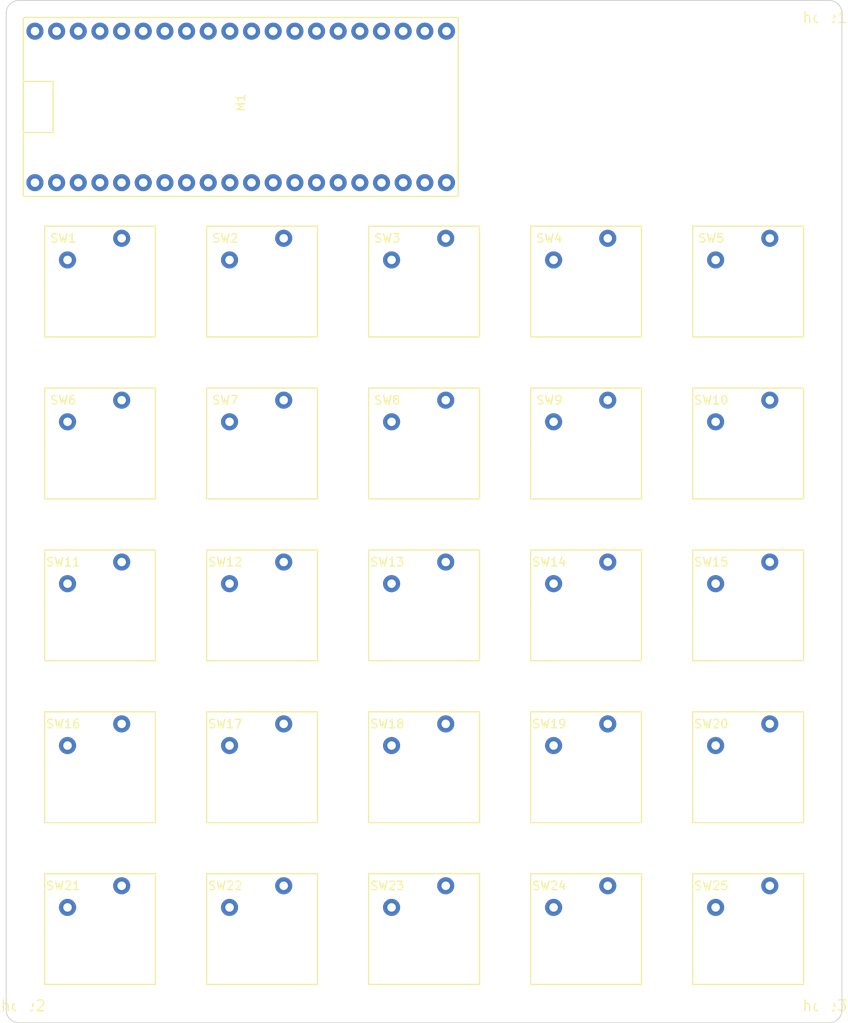
<source format=kicad_pcb>
(kicad_pcb (version 20240108) (generator "pcbnew") (generator_version "8.0")
  (layers (0 "F.Cu" signal) (31 "B.Cu" signal) (34 "B.Paste" user) (35 "F.Paste" user) (36 "B.SilkS" user "B.Silkscreen") (37 "F.SilkS" user "F.Silkscreen") (38 "B.Mask" user) (39 "F.Mask" user) (44 "Edge.Cuts" user))
  (net 0 "")
  (net 1 "GP0")
  (net 2 "GP1")
  (net 3 "GND0")
  (net 4 "GP2")
  (net 5 "GP3")
  (net 6 "GP4")
  (net 7 "GP5")
  (net 8 "GND1")
  (net 9 "GP6")
  (net 10 "GP7")
  (net 11 "GP8")
  (net 12 "GP9")
  (net 13 "GND2")
  (net 14 "GP10")
  (net 15 "GP11")
  (net 16 "GP12")
  (net 17 "GP13")
  (net 18 "GND3")
  (net 19 "GP14")
  (net 20 "GP15")
  (net 21 "GP16")
  (net 22 "GP17")
  (net 23 "GND4")
  (net 24 "GP18")
  (net 25 "GP19")
  (net 26 "GP20")
  (net 27 "GP21")
  (net 28 "GND5")
  (net 29 "GP22")
  (net 30 "RUN")
  (net 31 "GP26")
  (net 32 "GP27")
  (net 33 "GND6")
  (net 34 "GP28")
  (net 35 "VREF")
  (net 36 "3V3")
  (net 37 "3V3_EN")
  (net 38 "GND7")
  (net 39 "VSYS")
  (net 40 "VBUS")
  (footprint "footprint:screwhole" (layer "F.Cu") (at 146 52)
    (property "Reference" "hole1" (at 0 0 0) (layer "F.SilkS") (effects (font (size 1.27 1.27))))
    (property "Value" "hole")
    (pad "" np_thru_hole circle (at 0 0) (size 2 2) (drill 2) (layers "*.Cu" "*.Mask"))
  )
  (footprint "footprint:keyswitch" (layer "F.Cu") (at 61 83)
    (property "Reference" "SW1" (at -4.318 -5.08 0) (layer "F.SilkS"))
    (property "Value" "SW_Push" (hide yes))
    (fp_line (start -6.5 -6.5) (end 6.5 -6.5) (stroke (width 0.15)) (layer "F.SilkS"))
    (fp_line (start -6.5 6.5) (end -6.5 -6.5) (stroke (width 0.15)) (layer "F.SilkS"))
    (fp_line (start 6.5 -6.5) (end 6.5 6.5) (stroke (width 0.15)) (layer "F.SilkS"))
    (fp_line (start 6.5 6.5) (end -6.5 6.5) (stroke (width 0.15)) (layer "F.SilkS"))
    (pad "" np_thru_hole circle (at -5.08 0) (size 1.8 1.8) (drill 1.8) (layers "*.Cu" "*.Mask"))
    (pad "" np_thru_hole circle (at 0 0) (size 4 4) (drill 4) (layers "*.Cu" "*.Mask"))
    (pad "" np_thru_hole circle (at 5.08 0) (size 1.8 1.8) (drill 1.8) (layers "*.Cu" "*.Mask"))
    (pad "1" thru_hole circle (at -3.81 -2.54) (size 2 2) (drill 1) (layers "*.Cu" "*.Mask") (net 6 "GP4"))
    (pad "2" thru_hole circle (at 2.54 -5.08) (size 2 2) (drill 1) (layers "*.Cu" "*.Mask") (net 23 "GND4"))
  )
  (footprint "footprint:keyswitch" (layer "F.Cu") (at 99 159)
    (property "Reference" "SW23" (at -4.318 -5.08 0) (layer "F.SilkS"))
    (property "Value" "SW_Push" (hide yes))
    (fp_line (start -6.5 -6.5) (end 6.5 -6.5) (stroke (width 0.15)) (layer "F.SilkS"))
    (fp_line (start -6.5 6.5) (end -6.5 -6.5) (stroke (width 0.15)) (layer "F.SilkS"))
    (fp_line (start 6.5 -6.5) (end 6.5 6.5) (stroke (width 0.15)) (layer "F.SilkS"))
    (fp_line (start 6.5 6.5) (end -6.5 6.5) (stroke (width 0.15)) (layer "F.SilkS"))
    (pad "" np_thru_hole circle (at -5.08 0) (size 1.8 1.8) (drill 1.8) (layers "*.Cu" "*.Mask"))
    (pad "" np_thru_hole circle (at 0 0) (size 4 4) (drill 4) (layers "*.Cu" "*.Mask"))
    (pad "" np_thru_hole circle (at 5.08 0) (size 1.8 1.8) (drill 1.8) (layers "*.Cu" "*.Mask"))
    (pad "1" thru_hole circle (at -3.81 -2.54) (size 2 2) (drill 1) (layers "*.Cu" "*.Mask") (net 14 "GP10"))
    (pad "2" thru_hole circle (at 2.54 -5.08) (size 2 2) (drill 1) (layers "*.Cu" "*.Mask") (net 23 "GND4"))
  )
  (footprint "footprint:keyswitch" (layer "F.Cu") (at 118 102)
    (property "Reference" "SW9" (at -4.318 -5.08 0) (layer "F.SilkS"))
    (property "Value" "SW_Push" (hide yes))
    (fp_line (start -6.5 -6.5) (end 6.5 -6.5) (stroke (width 0.15)) (layer "F.SilkS"))
    (fp_line (start -6.5 6.5) (end -6.5 -6.5) (stroke (width 0.15)) (layer "F.SilkS"))
    (fp_line (start 6.5 -6.5) (end 6.5 6.5) (stroke (width 0.15)) (layer "F.SilkS"))
    (fp_line (start 6.5 6.5) (end -6.5 6.5) (stroke (width 0.15)) (layer "F.SilkS"))
    (pad "" np_thru_hole circle (at -5.08 0) (size 1.8 1.8) (drill 1.8) (layers "*.Cu" "*.Mask"))
    (pad "" np_thru_hole circle (at 0 0) (size 4 4) (drill 4) (layers "*.Cu" "*.Mask"))
    (pad "" np_thru_hole circle (at 5.08 0) (size 1.8 1.8) (drill 1.8) (layers "*.Cu" "*.Mask"))
    (pad "1" thru_hole circle (at -3.81 -2.54) (size 2 2) (drill 1) (layers "*.Cu" "*.Mask") (net 29 "GP22"))
    (pad "2" thru_hole circle (at 2.54 -5.08) (size 2 2) (drill 1) (layers "*.Cu" "*.Mask") (net 23 "GND4"))
  )
  (footprint "footprint:keyswitch" (layer "F.Cu") (at 118 140)
    (property "Reference" "SW19" (at -4.318 -5.08 0) (layer "F.SilkS"))
    (property "Value" "SW_Push" (hide yes))
    (fp_line (start -6.5 -6.5) (end 6.5 -6.5) (stroke (width 0.15)) (layer "F.SilkS"))
    (fp_line (start -6.5 6.5) (end -6.5 -6.5) (stroke (width 0.15)) (layer "F.SilkS"))
    (fp_line (start 6.5 -6.5) (end 6.5 6.5) (stroke (width 0.15)) (layer "F.SilkS"))
    (fp_line (start 6.5 6.5) (end -6.5 6.5) (stroke (width 0.15)) (layer "F.SilkS"))
    (pad "" np_thru_hole circle (at -5.08 0) (size 1.8 1.8) (drill 1.8) (layers "*.Cu" "*.Mask"))
    (pad "" np_thru_hole circle (at 0 0) (size 4 4) (drill 4) (layers "*.Cu" "*.Mask"))
    (pad "" np_thru_hole circle (at 5.08 0) (size 1.8 1.8) (drill 1.8) (layers "*.Cu" "*.Mask"))
    (pad "1" thru_hole circle (at -3.81 -2.54) (size 2 2) (drill 1) (layers "*.Cu" "*.Mask") (net 32 "GP27"))
    (pad "2" thru_hole circle (at 2.54 -5.08) (size 2 2) (drill 1) (layers "*.Cu" "*.Mask") (net 23 "GND4"))
  )
  (footprint "footprint:keyswitch" (layer "F.Cu") (at 118 121)
    (property "Reference" "SW14" (at -4.318 -5.08 0) (layer "F.SilkS"))
    (property "Value" "SW_Push" (hide yes))
    (fp_line (start -6.5 -6.5) (end 6.5 -6.5) (stroke (width 0.15)) (layer "F.SilkS"))
    (fp_line (start -6.5 6.5) (end -6.5 -6.5) (stroke (width 0.15)) (layer "F.SilkS"))
    (fp_line (start 6.5 -6.5) (end 6.5 6.5) (stroke (width 0.15)) (layer "F.SilkS"))
    (fp_line (start 6.5 6.5) (end -6.5 6.5) (stroke (width 0.15)) (layer "F.SilkS"))
    (pad "" np_thru_hole circle (at -5.08 0) (size 1.8 1.8) (drill 1.8) (layers "*.Cu" "*.Mask"))
    (pad "" np_thru_hole circle (at 0 0) (size 4 4) (drill 4) (layers "*.Cu" "*.Mask"))
    (pad "" np_thru_hole circle (at 5.08 0) (size 1.8 1.8) (drill 1.8) (layers "*.Cu" "*.Mask"))
    (pad "1" thru_hole circle (at -3.81 -2.54) (size 2 2) (drill 1) (layers "*.Cu" "*.Mask") (net 31 "GP26"))
    (pad "2" thru_hole circle (at 2.54 -5.08) (size 2 2) (drill 1) (layers "*.Cu" "*.Mask") (net 23 "GND4"))
  )
  (footprint "footprint:keyswitch" (layer "F.Cu") (at 61 159)
    (property "Reference" "SW21" (at -4.318 -5.08 0) (layer "F.SilkS"))
    (property "Value" "SW_Push" (hide yes))
    (fp_line (start -6.5 -6.5) (end 6.5 -6.5) (stroke (width 0.15)) (layer "F.SilkS"))
    (fp_line (start -6.5 6.5) (end -6.5 -6.5) (stroke (width 0.15)) (layer "F.SilkS"))
    (fp_line (start 6.5 -6.5) (end 6.5 6.5) (stroke (width 0.15)) (layer "F.SilkS"))
    (fp_line (start 6.5 6.5) (end -6.5 6.5) (stroke (width 0.15)) (layer "F.SilkS"))
    (pad "" np_thru_hole circle (at -5.08 0) (size 1.8 1.8) (drill 1.8) (layers "*.Cu" "*.Mask"))
    (pad "" np_thru_hole circle (at 0 0) (size 4 4) (drill 4) (layers "*.Cu" "*.Mask"))
    (pad "" np_thru_hole circle (at 5.08 0) (size 1.8 1.8) (drill 1.8) (layers "*.Cu" "*.Mask"))
    (pad "1" thru_hole circle (at -3.81 -2.54) (size 2 2) (drill 1) (layers "*.Cu" "*.Mask") (net 1 "GP0"))
    (pad "2" thru_hole circle (at 2.54 -5.08) (size 2 2) (drill 1) (layers "*.Cu" "*.Mask") (net 23 "GND4"))
  )
  (footprint "footprint:keyswitch" (layer "F.Cu") (at 118 83)
    (property "Reference" "SW4" (at -4.318 -5.08 0) (layer "F.SilkS"))
    (property "Value" "SW_Push" (hide yes))
    (fp_line (start -6.5 -6.5) (end 6.5 -6.5) (stroke (width 0.15)) (layer "F.SilkS"))
    (fp_line (start -6.5 6.5) (end -6.5 -6.5) (stroke (width 0.15)) (layer "F.SilkS"))
    (fp_line (start 6.5 -6.5) (end 6.5 6.5) (stroke (width 0.15)) (layer "F.SilkS"))
    (fp_line (start 6.5 6.5) (end -6.5 6.5) (stroke (width 0.15)) (layer "F.SilkS"))
    (pad "" np_thru_hole circle (at -5.08 0) (size 1.8 1.8) (drill 1.8) (layers "*.Cu" "*.Mask"))
    (pad "" np_thru_hole circle (at 0 0) (size 4 4) (drill 4) (layers "*.Cu" "*.Mask"))
    (pad "" np_thru_hole circle (at 5.08 0) (size 1.8 1.8) (drill 1.8) (layers "*.Cu" "*.Mask"))
    (pad "1" thru_hole circle (at -3.81 -2.54) (size 2 2) (drill 1) (layers "*.Cu" "*.Mask") (net 27 "GP21"))
    (pad "2" thru_hole circle (at 2.54 -5.08) (size 2 2) (drill 1) (layers "*.Cu" "*.Mask") (net 23 "GND4"))
  )
  (footprint "footprint:keyswitch" (layer "F.Cu") (at 118 159)
    (property "Reference" "SW24" (at -4.318 -5.08 0) (layer "F.SilkS"))
    (property "Value" "SW_Push" (hide yes))
    (fp_line (start -6.5 -6.5) (end 6.5 -6.5) (stroke (width 0.15)) (layer "F.SilkS"))
    (fp_line (start -6.5 6.5) (end -6.5 -6.5) (stroke (width 0.15)) (layer "F.SilkS"))
    (fp_line (start 6.5 -6.5) (end 6.5 6.5) (stroke (width 0.15)) (layer "F.SilkS"))
    (fp_line (start 6.5 6.5) (end -6.5 6.5) (stroke (width 0.15)) (layer "F.SilkS"))
    (pad "" np_thru_hole circle (at -5.08 0) (size 1.8 1.8) (drill 1.8) (layers "*.Cu" "*.Mask"))
    (pad "" np_thru_hole circle (at 0 0) (size 4 4) (drill 4) (layers "*.Cu" "*.Mask"))
    (pad "" np_thru_hole circle (at 5.08 0) (size 1.8 1.8) (drill 1.8) (layers "*.Cu" "*.Mask"))
    (pad "1" thru_hole circle (at -3.81 -2.54) (size 2 2) (drill 1) (layers "*.Cu" "*.Mask") (net 34 "GP28"))
    (pad "2" thru_hole circle (at 2.54 -5.08) (size 2 2) (drill 1) (layers "*.Cu" "*.Mask") (net 23 "GND4"))
  )
  (footprint "footprint:keyswitch" (layer "F.Cu") (at 99 102)
    (property "Reference" "SW8" (at -4.318 -5.08 0) (layer "F.SilkS"))
    (property "Value" "SW_Push" (hide yes))
    (fp_line (start -6.5 -6.5) (end 6.5 -6.5) (stroke (width 0.15)) (layer "F.SilkS"))
    (fp_line (start -6.5 6.5) (end -6.5 -6.5) (stroke (width 0.15)) (layer "F.SilkS"))
    (fp_line (start 6.5 -6.5) (end 6.5 6.5) (stroke (width 0.15)) (layer "F.SilkS"))
    (fp_line (start 6.5 6.5) (end -6.5 6.5) (stroke (width 0.15)) (layer "F.SilkS"))
    (pad "" np_thru_hole circle (at -5.08 0) (size 1.8 1.8) (drill 1.8) (layers "*.Cu" "*.Mask"))
    (pad "" np_thru_hole circle (at 0 0) (size 4 4) (drill 4) (layers "*.Cu" "*.Mask"))
    (pad "" np_thru_hole circle (at 5.08 0) (size 1.8 1.8) (drill 1.8) (layers "*.Cu" "*.Mask"))
    (pad "1" thru_hole circle (at -3.81 -2.54) (size 2 2) (drill 1) (layers "*.Cu" "*.Mask") (net 17 "GP13"))
    (pad "2" thru_hole circle (at 2.54 -5.08) (size 2 2) (drill 1) (layers "*.Cu" "*.Mask") (net 23 "GND4"))
  )
  (footprint "footprint:keyswitch" (layer "F.Cu") (at 99 83)
    (property "Reference" "SW3" (at -4.318 -5.08 0) (layer "F.SilkS"))
    (property "Value" "SW_Push" (hide yes))
    (fp_line (start -6.5 -6.5) (end 6.5 -6.5) (stroke (width 0.15)) (layer "F.SilkS"))
    (fp_line (start -6.5 6.5) (end -6.5 -6.5) (stroke (width 0.15)) (layer "F.SilkS"))
    (fp_line (start 6.5 -6.5) (end 6.5 6.5) (stroke (width 0.15)) (layer "F.SilkS"))
    (fp_line (start 6.5 6.5) (end -6.5 6.5) (stroke (width 0.15)) (layer "F.SilkS"))
    (pad "" np_thru_hole circle (at -5.08 0) (size 1.8 1.8) (drill 1.8) (layers "*.Cu" "*.Mask"))
    (pad "" np_thru_hole circle (at 0 0) (size 4 4) (drill 4) (layers "*.Cu" "*.Mask"))
    (pad "" np_thru_hole circle (at 5.08 0) (size 1.8 1.8) (drill 1.8) (layers "*.Cu" "*.Mask"))
    (pad "1" thru_hole circle (at -3.81 -2.54) (size 2 2) (drill 1) (layers "*.Cu" "*.Mask") (net 19 "GP14"))
    (pad "2" thru_hole circle (at 2.54 -5.08) (size 2 2) (drill 1) (layers "*.Cu" "*.Mask") (net 23 "GND4"))
  )
  (footprint "footprint:keyswitch" (layer "F.Cu") (at 137 102)
    (property "Reference" "SW10" (at -4.318 -5.08 0) (layer "F.SilkS"))
    (property "Value" "SW_Push" (hide yes))
    (fp_line (start -6.5 -6.5) (end 6.5 -6.5) (stroke (width 0.15)) (layer "F.SilkS"))
    (fp_line (start -6.5 6.5) (end -6.5 -6.5) (stroke (width 0.15)) (layer "F.SilkS"))
    (fp_line (start 6.5 -6.5) (end 6.5 6.5) (stroke (width 0.15)) (layer "F.SilkS"))
    (fp_line (start 6.5 6.5) (end -6.5 6.5) (stroke (width 0.15)) (layer "F.SilkS"))
    (pad "" np_thru_hole circle (at -5.08 0) (size 1.8 1.8) (drill 1.8) (layers "*.Cu" "*.Mask"))
    (pad "" np_thru_hole circle (at 0 0) (size 4 4) (drill 4) (layers "*.Cu" "*.Mask"))
    (pad "" np_thru_hole circle (at 5.08 0) (size 1.8 1.8) (drill 1.8) (layers "*.Cu" "*.Mask"))
    (pad "1" thru_hole circle (at -3.81 -2.54) (size 2 2) (drill 1) (layers "*.Cu" "*.Mask") (net 22 "GP17"))
    (pad "2" thru_hole circle (at 2.54 -5.08) (size 2 2) (drill 1) (layers "*.Cu" "*.Mask") (net 23 "GND4"))
  )
  (footprint "footprint:keyswitch" (layer "F.Cu") (at 61 121)
    (property "Reference" "SW11" (at -4.318 -5.08 0) (layer "F.SilkS"))
    (property "Value" "SW_Push" (hide yes))
    (fp_line (start -6.5 -6.5) (end 6.5 -6.5) (stroke (width 0.15)) (layer "F.SilkS"))
    (fp_line (start -6.5 6.5) (end -6.5 -6.5) (stroke (width 0.15)) (layer "F.SilkS"))
    (fp_line (start 6.5 -6.5) (end 6.5 6.5) (stroke (width 0.15)) (layer "F.SilkS"))
    (fp_line (start 6.5 6.5) (end -6.5 6.5) (stroke (width 0.15)) (layer "F.SilkS"))
    (pad "" np_thru_hole circle (at -5.08 0) (size 1.8 1.8) (drill 1.8) (layers "*.Cu" "*.Mask"))
    (pad "" np_thru_hole circle (at 0 0) (size 4 4) (drill 4) (layers "*.Cu" "*.Mask"))
    (pad "" np_thru_hole circle (at 5.08 0) (size 1.8 1.8) (drill 1.8) (layers "*.Cu" "*.Mask"))
    (pad "1" thru_hole circle (at -3.81 -2.54) (size 2 2) (drill 1) (layers "*.Cu" "*.Mask") (net 4 "GP2"))
    (pad "2" thru_hole circle (at 2.54 -5.08) (size 2 2) (drill 1) (layers "*.Cu" "*.Mask") (net 23 "GND4"))
  )
  (footprint "footprint:keyswitch" (layer "F.Cu") (at 137 140)
    (property "Reference" "SW20" (at -4.318 -5.08 0) (layer "F.SilkS"))
    (property "Value" "SW_Push" (hide yes))
    (fp_line (start -6.5 -6.5) (end 6.5 -6.5) (stroke (width 0.15)) (layer "F.SilkS"))
    (fp_line (start -6.5 6.5) (end -6.5 -6.5) (stroke (width 0.15)) (layer "F.SilkS"))
    (fp_line (start 6.5 -6.5) (end 6.5 6.5) (stroke (width 0.15)) (layer "F.SilkS"))
    (fp_line (start 6.5 6.5) (end -6.5 6.5) (stroke (width 0.15)) (layer "F.SilkS"))
    (pad "" np_thru_hole circle (at -5.08 0) (size 1.8 1.8) (drill 1.8) (layers "*.Cu" "*.Mask"))
    (pad "" np_thru_hole circle (at 0 0) (size 4 4) (drill 4) (layers "*.Cu" "*.Mask"))
    (pad "" np_thru_hole circle (at 5.08 0) (size 1.8 1.8) (drill 1.8) (layers "*.Cu" "*.Mask"))
    (pad "1" thru_hole circle (at -3.81 -2.54) (size 2 2) (drill 1) (layers "*.Cu" "*.Mask") (net 25 "GP19"))
    (pad "2" thru_hole circle (at 2.54 -5.08) (size 2 2) (drill 1) (layers "*.Cu" "*.Mask") (net 23 "GND4"))
  )
  (footprint "footprint:keyswitch" (layer "F.Cu") (at 137 159)
    (property "Reference" "SW25" (at -4.318 -5.08 0) (layer "F.SilkS"))
    (property "Value" "SW_Push" (hide yes))
    (fp_line (start -6.5 -6.5) (end 6.5 -6.5) (stroke (width 0.15)) (layer "F.SilkS"))
    (fp_line (start -6.5 6.5) (end -6.5 -6.5) (stroke (width 0.15)) (layer "F.SilkS"))
    (fp_line (start 6.5 -6.5) (end 6.5 6.5) (stroke (width 0.15)) (layer "F.SilkS"))
    (fp_line (start 6.5 6.5) (end -6.5 6.5) (stroke (width 0.15)) (layer "F.SilkS"))
    (pad "" np_thru_hole circle (at -5.08 0) (size 1.8 1.8) (drill 1.8) (layers "*.Cu" "*.Mask"))
    (pad "" np_thru_hole circle (at 0 0) (size 4 4) (drill 4) (layers "*.Cu" "*.Mask"))
    (pad "" np_thru_hole circle (at 5.08 0) (size 1.8 1.8) (drill 1.8) (layers "*.Cu" "*.Mask"))
    (pad "1" thru_hole circle (at -3.81 -2.54) (size 2 2) (drill 1) (layers "*.Cu" "*.Mask") (net 26 "GP20"))
    (pad "2" thru_hole circle (at 2.54 -5.08) (size 2 2) (drill 1) (layers "*.Cu" "*.Mask") (net 23 "GND4"))
  )
  (footprint "footprint:screwhole" (layer "F.Cu") (at 52 168)
    (property "Reference" "hole2" (at 0 0 0) (layer "F.SilkS") (effects (font (size 1.27 1.27))))
    (property "Value" "hole")
    (pad "" np_thru_hole circle (at 0 0) (size 2 2) (drill 2) (layers "*.Cu" "*.Mask"))
  )
  (footprint "footprint:keyswitch" (layer "F.Cu") (at 80 121)
    (property "Reference" "SW12" (at -4.318 -5.08 0) (layer "F.SilkS"))
    (property "Value" "SW_Push" (hide yes))
    (fp_line (start -6.5 -6.5) (end 6.5 -6.5) (stroke (width 0.15)) (layer "F.SilkS"))
    (fp_line (start -6.5 6.5) (end -6.5 -6.5) (stroke (width 0.15)) (layer "F.SilkS"))
    (fp_line (start 6.5 -6.5) (end 6.5 6.5) (stroke (width 0.15)) (layer "F.SilkS"))
    (fp_line (start 6.5 6.5) (end -6.5 6.5) (stroke (width 0.15)) (layer "F.SilkS"))
    (pad "" np_thru_hole circle (at -5.08 0) (size 1.8 1.8) (drill 1.8) (layers "*.Cu" "*.Mask"))
    (pad "" np_thru_hole circle (at 0 0) (size 4 4) (drill 4) (layers "*.Cu" "*.Mask"))
    (pad "" np_thru_hole circle (at 5.08 0) (size 1.8 1.8) (drill 1.8) (layers "*.Cu" "*.Mask"))
    (pad "1" thru_hole circle (at -3.81 -2.54) (size 2 2) (drill 1) (layers "*.Cu" "*.Mask") (net 10 "GP7"))
    (pad "2" thru_hole circle (at 2.54 -5.08) (size 2 2) (drill 1) (layers "*.Cu" "*.Mask") (net 23 "GND4"))
  )
  (footprint "footprint:keyswitch" (layer "F.Cu") (at 80 83)
    (property "Reference" "SW2" (at -4.318 -5.08 0) (layer "F.SilkS"))
    (property "Value" "SW_Push" (hide yes))
    (fp_line (start -6.5 -6.5) (end 6.5 -6.5) (stroke (width 0.15)) (layer "F.SilkS"))
    (fp_line (start -6.5 6.5) (end -6.5 -6.5) (stroke (width 0.15)) (layer "F.SilkS"))
    (fp_line (start 6.5 -6.5) (end 6.5 6.5) (stroke (width 0.15)) (layer "F.SilkS"))
    (fp_line (start 6.5 6.5) (end -6.5 6.5) (stroke (width 0.15)) (layer "F.SilkS"))
    (pad "" np_thru_hole circle (at -5.08 0) (size 1.8 1.8) (drill 1.8) (layers "*.Cu" "*.Mask"))
    (pad "" np_thru_hole circle (at 0 0) (size 4 4) (drill 4) (layers "*.Cu" "*.Mask"))
    (pad "" np_thru_hole circle (at 5.08 0) (size 1.8 1.8) (drill 1.8) (layers "*.Cu" "*.Mask"))
    (pad "1" thru_hole circle (at -3.81 -2.54) (size 2 2) (drill 1) (layers "*.Cu" "*.Mask") (net 12 "GP9"))
    (pad "2" thru_hole circle (at 2.54 -5.08) (size 2 2) (drill 1) (layers "*.Cu" "*.Mask") (net 23 "GND4"))
  )
  (footprint "footprint:keyswitch" (layer "F.Cu") (at 137 121)
    (property "Reference" "SW15" (at -4.318 -5.08 0) (layer "F.SilkS"))
    (property "Value" "SW_Push" (hide yes))
    (fp_line (start -6.5 -6.5) (end 6.5 -6.5) (stroke (width 0.15)) (layer "F.SilkS"))
    (fp_line (start -6.5 6.5) (end -6.5 -6.5) (stroke (width 0.15)) (layer "F.SilkS"))
    (fp_line (start 6.5 -6.5) (end 6.5 6.5) (stroke (width 0.15)) (layer "F.SilkS"))
    (fp_line (start 6.5 6.5) (end -6.5 6.5) (stroke (width 0.15)) (layer "F.SilkS"))
    (pad "" np_thru_hole circle (at -5.08 0) (size 1.8 1.8) (drill 1.8) (layers "*.Cu" "*.Mask"))
    (pad "" np_thru_hole circle (at 0 0) (size 4 4) (drill 4) (layers "*.Cu" "*.Mask"))
    (pad "" np_thru_hole circle (at 5.08 0) (size 1.8 1.8) (drill 1.8) (layers "*.Cu" "*.Mask"))
    (pad "1" thru_hole circle (at -3.81 -2.54) (size 2 2) (drill 1) (layers "*.Cu" "*.Mask") (net 24 "GP18"))
    (pad "2" thru_hole circle (at 2.54 -5.08) (size 2 2) (drill 1) (layers "*.Cu" "*.Mask") (net 23 "GND4"))
  )
  (footprint "footprint:screwhole" (layer "F.Cu") (at 146 168)
    (property "Reference" "hole3" (at 0 0 0) (layer "F.SilkS") (effects (font (size 1.27 1.27))))
    (property "Value" "hole")
    (pad "" np_thru_hole circle (at 0 0) (size 2 2) (drill 2) (layers "*.Cu" "*.Mask"))
  )
  (footprint "footprint:pipico" (layer "F.Cu") (at 77.5 62.5)
    (property "Reference" "M1" (at 0 -0.5 -90) (layer "F.SilkS"))
    (property "Value" "RasPiPico" (hide yes))
    (fp_line (start -25.5 -10.5) (end -25.5 10.5) (stroke (width 0.15)) (layer "F.SilkS"))
    (fp_line (start -25.5 -3) (end -25.5 3) (stroke (width 0.15)) (layer "F.SilkS"))
    (fp_line (start -25.5 3) (end -22 3) (stroke (width 0.15)) (layer "F.SilkS"))
    (fp_line (start -25.5 10.5) (end 25.5 10.5) (stroke (width 0.15)) (layer "F.SilkS"))
    (fp_line (start -22 -3) (end -25.5 -3) (stroke (width 0.15)) (layer "F.SilkS"))
    (fp_line (start -22 3) (end -22 -3) (stroke (width 0.15)) (layer "F.SilkS"))
    (fp_line (start 25.5 -10.5) (end -25.5 -10.5) (stroke (width 0.15)) (layer "F.SilkS"))
    (fp_line (start 25.5 10.5) (end 25.5 -10.5) (stroke (width 0.15)) (layer "F.SilkS"))
    (pad "1" thru_hole circle (at -24.13 8.89 270) (size 2 2) (drill 1) (layers "*.Cu" "*.Mask") (net 1 "GP0"))
    (pad "2" thru_hole circle (at -21.59 8.89 270) (size 2 2) (drill 1) (layers "*.Cu" "*.Mask") (net 2 "GP1"))
    (pad "3" thru_hole circle (at -19.05 8.89 270) (size 2 2) (drill 1) (layers "*.Cu" "*.Mask") (net 3 "GND0"))
    (pad "4" thru_hole circle (at -16.51 8.89 270) (size 2 2) (drill 1) (layers "*.Cu" "*.Mask") (net 4 "GP2"))
    (pad "5" thru_hole circle (at -13.97 8.89 270) (size 2 2) (drill 1) (layers "*.Cu" "*.Mask") (net 5 "GP3"))
    (pad "6" thru_hole circle (at -11.43 8.89 270) (size 2 2) (drill 1) (layers "*.Cu" "*.Mask") (net 6 "GP4"))
    (pad "7" thru_hole circle (at -8.89 8.89 270) (size 2 2) (drill 1) (layers "*.Cu" "*.Mask") (net 7 "GP5"))
    (pad "8" thru_hole circle (at -6.35 8.89 270) (size 2 2) (drill 1) (layers "*.Cu" "*.Mask") (net 8 "GND1"))
    (pad "9" thru_hole circle (at -3.81 8.89 270) (size 2 2) (drill 1) (layers "*.Cu" "*.Mask") (net 9 "GP6"))
    (pad "10" thru_hole circle (at -1.27 8.89 270) (size 2 2) (drill 1) (layers "*.Cu" "*.Mask") (net 10 "GP7"))
    (pad "11" thru_hole circle (at 1.27 8.89 270) (size 2 2) (drill 1) (layers "*.Cu" "*.Mask") (net 11 "GP8"))
    (pad "12" thru_hole circle (at 3.81 8.89 270) (size 2 2) (drill 1) (layers "*.Cu" "*.Mask") (net 12 "GP9"))
    (pad "13" thru_hole circle (at 6.35 8.89 270) (size 2 2) (drill 1) (layers "*.Cu" "*.Mask") (net 13 "GND2"))
    (pad "14" thru_hole circle (at 8.89 8.89 270) (size 2 2) (drill 1) (layers "*.Cu" "*.Mask") (net 14 "GP10"))
    (pad "15" thru_hole circle (at 11.43 8.89 270) (size 2 2) (drill 1) (layers "*.Cu" "*.Mask") (net 15 "GP11"))
    (pad "16" thru_hole circle (at 13.97 8.89 270) (size 2 2) (drill 1) (layers "*.Cu" "*.Mask") (net 16 "GP12"))
    (pad "17" thru_hole circle (at 16.51 8.898 270) (size 2 2) (drill 1) (layers "*.Cu" "*.Mask") (net 17 "GP13"))
    (pad "18" thru_hole circle (at 19.05 8.89 270) (size 2 2) (drill 1) (layers "*.Cu" "*.Mask") (net 18 "GND3"))
    (pad "19" thru_hole circle (at 21.59 8.89 270) (size 2 2) (drill 1) (layers "*.Cu" "*.Mask") (net 19 "GP14"))
    (pad "20" thru_hole circle (at 24.13 8.89 270) (size 2 2) (drill 1) (layers "*.Cu" "*.Mask") (net 20 "GP15"))
    (pad "21" thru_hole circle (at 24.13 -8.89 270) (size 2 2) (drill 1) (layers "*.Cu" "*.Mask") (net 21 "GP16"))
    (pad "22" thru_hole circle (at 21.59 -8.89 270) (size 2 2) (drill 1) (layers "*.Cu" "*.Mask") (net 22 "GP17"))
    (pad "23" thru_hole circle (at 19.05 -8.89 270) (size 2 2) (drill 1) (layers "*.Cu" "*.Mask") (net 23 "GND4"))
    (pad "24" thru_hole circle (at 16.51 -8.89 270) (size 2 2) (drill 1) (layers "*.Cu" "*.Mask") (net 24 "GP18"))
    (pad "25" thru_hole circle (at 13.97 -8.89 270) (size 2 2) (drill 1) (layers "*.Cu" "*.Mask") (net 25 "GP19"))
    (pad "26" thru_hole circle (at 11.43 -8.89 270) (size 2 2) (drill 1) (layers "*.Cu" "*.Mask") (net 26 "GP20"))
    (pad "27" thru_hole circle (at 8.89 -8.89 270) (size 2 2) (drill 1) (layers "*.Cu" "*.Mask") (net 27 "GP21"))
    (pad "28" thru_hole circle (at 6.35 -8.89 270) (size 2 2) (drill 1) (layers "*.Cu" "*.Mask") (net 28 "GND5"))
    (pad "29" thru_hole circle (at 3.81 -8.89 270) (size 2 2) (drill 1) (layers "*.Cu" "*.Mask") (net 29 "GP22"))
    (pad "30" thru_hole circle (at 1.27 -8.89 270) (size 2 2) (drill 1) (layers "*.Cu" "*.Mask") (net 30 "RUN"))
    (pad "31" thru_hole circle (at -1.27 -8.89 270) (size 2 2) (drill 1) (layers "*.Cu" "*.Mask") (net 31 "GP26"))
    (pad "32" thru_hole circle (at -3.81 -8.89 270) (size 2 2) (drill 1) (layers "*.Cu" "*.Mask") (net 32 "GP27"))
    (pad "33" thru_hole circle (at -6.35 -8.89 270) (size 2 2) (drill 1) (layers "*.Cu" "*.Mask") (net 33 "GND6"))
    (pad "34" thru_hole circle (at -8.89 -8.89 270) (size 2 2) (drill 1) (layers "*.Cu" "*.Mask") (net 34 "GP28"))
    (pad "35" thru_hole circle (at -11.43 -8.89 270) (size 2 2) (drill 1) (layers "*.Cu" "*.Mask") (net 35 "VREF"))
    (pad "36" thru_hole circle (at -13.97 -8.89 270) (size 2 2) (drill 1) (layers "*.Cu" "*.Mask") (net 36 "3V3"))
    (pad "37" thru_hole circle (at -16.51 -8.89 270) (size 2 2) (drill 1) (layers "*.Cu" "*.Mask") (net 37 "3V3_EN"))
    (pad "38" thru_hole circle (at -19.05 -8.89 270) (size 2 2) (drill 1) (layers "*.Cu" "*.Mask") (net 38 "GND7"))
    (pad "39" thru_hole circle (at -21.59 -8.89 270) (size 2 2) (drill 1) (layers "*.Cu" "*.Mask") (net 39 "VSYS"))
    (pad "40" thru_hole circle (at -24.13 -8.89 270) (size 2 2) (drill 1) (layers "*.Cu" "*.Mask") (net 40 "VBUS"))
  )
  (footprint "footprint:keyswitch" (layer "F.Cu") (at 61 140)
    (property "Reference" "SW16" (at -4.318 -5.08 0) (layer "F.SilkS"))
    (property "Value" "SW_Push" (hide yes))
    (fp_line (start -6.5 -6.5) (end 6.5 -6.5) (stroke (width 0.15)) (layer "F.SilkS"))
    (fp_line (start -6.5 6.5) (end -6.5 -6.5) (stroke (width 0.15)) (layer "F.SilkS"))
    (fp_line (start 6.5 -6.5) (end 6.5 6.5) (stroke (width 0.15)) (layer "F.SilkS"))
    (fp_line (start 6.5 6.5) (end -6.5 6.5) (stroke (width 0.15)) (layer "F.SilkS"))
    (pad "" np_thru_hole circle (at -5.08 0) (size 1.8 1.8) (drill 1.8) (layers "*.Cu" "*.Mask"))
    (pad "" np_thru_hole circle (at 0 0) (size 4 4) (drill 4) (layers "*.Cu" "*.Mask"))
    (pad "" np_thru_hole circle (at 5.08 0) (size 1.8 1.8) (drill 1.8) (layers "*.Cu" "*.Mask"))
    (pad "1" thru_hole circle (at -3.81 -2.54) (size 2 2) (drill 1) (layers "*.Cu" "*.Mask") (net 2 "GP1"))
    (pad "2" thru_hole circle (at 2.54 -5.08) (size 2 2) (drill 1) (layers "*.Cu" "*.Mask") (net 23 "GND4"))
  )
  (footprint "footprint:keyswitch" (layer "F.Cu") (at 99 140)
    (property "Reference" "SW18" (at -4.318 -5.08 0) (layer "F.SilkS"))
    (property "Value" "SW_Push" (hide yes))
    (fp_line (start -6.5 -6.5) (end 6.5 -6.5) (stroke (width 0.15)) (layer "F.SilkS"))
    (fp_line (start -6.5 6.5) (end -6.5 -6.5) (stroke (width 0.15)) (layer "F.SilkS"))
    (fp_line (start 6.5 -6.5) (end 6.5 6.5) (stroke (width 0.15)) (layer "F.SilkS"))
    (fp_line (start 6.5 6.5) (end -6.5 6.5) (stroke (width 0.15)) (layer "F.SilkS"))
    (pad "" np_thru_hole circle (at -5.08 0) (size 1.8 1.8) (drill 1.8) (layers "*.Cu" "*.Mask"))
    (pad "" np_thru_hole circle (at 0 0) (size 4 4) (drill 4) (layers "*.Cu" "*.Mask"))
    (pad "" np_thru_hole circle (at 5.08 0) (size 1.8 1.8) (drill 1.8) (layers "*.Cu" "*.Mask"))
    (pad "1" thru_hole circle (at -3.81 -2.54) (size 2 2) (drill 1) (layers "*.Cu" "*.Mask") (net 15 "GP11"))
    (pad "2" thru_hole circle (at 2.54 -5.08) (size 2 2) (drill 1) (layers "*.Cu" "*.Mask") (net 23 "GND4"))
  )
  (footprint "footprint:keyswitch" (layer "F.Cu") (at 80 140)
    (property "Reference" "SW17" (at -4.318 -5.08 0) (layer "F.SilkS"))
    (property "Value" "SW_Push" (hide yes))
    (fp_line (start -6.5 -6.5) (end 6.5 -6.5) (stroke (width 0.15)) (layer "F.SilkS"))
    (fp_line (start -6.5 6.5) (end -6.5 -6.5) (stroke (width 0.15)) (layer "F.SilkS"))
    (fp_line (start 6.5 -6.5) (end 6.5 6.5) (stroke (width 0.15)) (layer "F.SilkS"))
    (fp_line (start 6.5 6.5) (end -6.5 6.5) (stroke (width 0.15)) (layer "F.SilkS"))
    (pad "" np_thru_hole circle (at -5.08 0) (size 1.8 1.8) (drill 1.8) (layers "*.Cu" "*.Mask"))
    (pad "" np_thru_hole circle (at 0 0) (size 4 4) (drill 4) (layers "*.Cu" "*.Mask"))
    (pad "" np_thru_hole circle (at 5.08 0) (size 1.8 1.8) (drill 1.8) (layers "*.Cu" "*.Mask"))
    (pad "1" thru_hole circle (at -3.81 -2.54) (size 2 2) (drill 1) (layers "*.Cu" "*.Mask") (net 9 "GP6"))
    (pad "2" thru_hole circle (at 2.54 -5.08) (size 2 2) (drill 1) (layers "*.Cu" "*.Mask") (net 23 "GND4"))
  )
  (footprint "footprint:keyswitch" (layer "F.Cu") (at 80 159)
    (property "Reference" "SW22" (at -4.318 -5.08 0) (layer "F.SilkS"))
    (property "Value" "SW_Push" (hide yes))
    (fp_line (start -6.5 -6.5) (end 6.5 -6.5) (stroke (width 0.15)) (layer "F.SilkS"))
    (fp_line (start -6.5 6.5) (end -6.5 -6.5) (stroke (width 0.15)) (layer "F.SilkS"))
    (fp_line (start 6.5 -6.5) (end 6.5 6.5) (stroke (width 0.15)) (layer "F.SilkS"))
    (fp_line (start 6.5 6.5) (end -6.5 6.5) (stroke (width 0.15)) (layer "F.SilkS"))
    (pad "" np_thru_hole circle (at -5.08 0) (size 1.8 1.8) (drill 1.8) (layers "*.Cu" "*.Mask"))
    (pad "" np_thru_hole circle (at 0 0) (size 4 4) (drill 4) (layers "*.Cu" "*.Mask"))
    (pad "" np_thru_hole circle (at 5.08 0) (size 1.8 1.8) (drill 1.8) (layers "*.Cu" "*.Mask"))
    (pad "1" thru_hole circle (at -3.81 -2.54) (size 2 2) (drill 1) (layers "*.Cu" "*.Mask") (net 7 "GP5"))
    (pad "2" thru_hole circle (at 2.54 -5.08) (size 2 2) (drill 1) (layers "*.Cu" "*.Mask") (net 23 "GND4"))
  )
  (footprint "footprint:keyswitch" (layer "F.Cu") (at 80 102)
    (property "Reference" "SW7" (at -4.318 -5.08 0) (layer "F.SilkS"))
    (property "Value" "SW_Push" (hide yes))
    (fp_line (start -6.5 -6.5) (end 6.5 -6.5) (stroke (width 0.15)) (layer "F.SilkS"))
    (fp_line (start -6.5 6.5) (end -6.5 -6.5) (stroke (width 0.15)) (layer "F.SilkS"))
    (fp_line (start 6.5 -6.5) (end 6.5 6.5) (stroke (width 0.15)) (layer "F.SilkS"))
    (fp_line (start 6.5 6.5) (end -6.5 6.5) (stroke (width 0.15)) (layer "F.SilkS"))
    (pad "" np_thru_hole circle (at -5.08 0) (size 1.8 1.8) (drill 1.8) (layers "*.Cu" "*.Mask"))
    (pad "" np_thru_hole circle (at 0 0) (size 4 4) (drill 4) (layers "*.Cu" "*.Mask"))
    (pad "" np_thru_hole circle (at 5.08 0) (size 1.8 1.8) (drill 1.8) (layers "*.Cu" "*.Mask"))
    (pad "1" thru_hole circle (at -3.81 -2.54) (size 2 2) (drill 1) (layers "*.Cu" "*.Mask") (net 11 "GP8"))
    (pad "2" thru_hole circle (at 2.54 -5.08) (size 2 2) (drill 1) (layers "*.Cu" "*.Mask") (net 23 "GND4"))
  )
  (footprint "footprint:keyswitch" (layer "F.Cu") (at 137 83)
    (property "Reference" "SW5" (at -4.318 -5.08 0) (layer "F.SilkS"))
    (property "Value" "SW_Push" (hide yes))
    (fp_line (start -6.5 -6.5) (end 6.5 -6.5) (stroke (width 0.15)) (layer "F.SilkS"))
    (fp_line (start -6.5 6.5) (end -6.5 -6.5) (stroke (width 0.15)) (layer "F.SilkS"))
    (fp_line (start 6.5 -6.5) (end 6.5 6.5) (stroke (width 0.15)) (layer "F.SilkS"))
    (fp_line (start 6.5 6.5) (end -6.5 6.5) (stroke (width 0.15)) (layer "F.SilkS"))
    (pad "" np_thru_hole circle (at -5.08 0) (size 1.8 1.8) (drill 1.8) (layers "*.Cu" "*.Mask"))
    (pad "" np_thru_hole circle (at 0 0) (size 4 4) (drill 4) (layers "*.Cu" "*.Mask"))
    (pad "" np_thru_hole circle (at 5.08 0) (size 1.8 1.8) (drill 1.8) (layers "*.Cu" "*.Mask"))
    (pad "1" thru_hole circle (at -3.81 -2.54) (size 2 2) (drill 1) (layers "*.Cu" "*.Mask") (net 21 "GP16"))
    (pad "2" thru_hole circle (at 2.54 -5.08) (size 2 2) (drill 1) (layers "*.Cu" "*.Mask") (net 23 "GND4"))
  )
  (footprint "footprint:keyswitch" (layer "F.Cu") (at 61 102)
    (property "Reference" "SW6" (at -4.318 -5.08 0) (layer "F.SilkS"))
    (property "Value" "SW_Push" (hide yes))
    (fp_line (start -6.5 -6.5) (end 6.5 -6.5) (stroke (width 0.15)) (layer "F.SilkS"))
    (fp_line (start -6.5 6.5) (end -6.5 -6.5) (stroke (width 0.15)) (layer "F.SilkS"))
    (fp_line (start 6.5 -6.5) (end 6.5 6.5) (stroke (width 0.15)) (layer "F.SilkS"))
    (fp_line (start 6.5 6.5) (end -6.5 6.5) (stroke (width 0.15)) (layer "F.SilkS"))
    (pad "" np_thru_hole circle (at -5.08 0) (size 1.8 1.8) (drill 1.8) (layers "*.Cu" "*.Mask"))
    (pad "" np_thru_hole circle (at 0 0) (size 4 4) (drill 4) (layers "*.Cu" "*.Mask"))
    (pad "" np_thru_hole circle (at 5.08 0) (size 1.8 1.8) (drill 1.8) (layers "*.Cu" "*.Mask"))
    (pad "1" thru_hole circle (at -3.81 -2.54) (size 2 2) (drill 1) (layers "*.Cu" "*.Mask") (net 5 "GP3"))
    (pad "2" thru_hole circle (at 2.54 -5.08) (size 2 2) (drill 1) (layers "*.Cu" "*.Mask") (net 23 "GND4"))
  )
  (footprint "footprint:keyswitch" (layer "F.Cu") (at 99 121)
    (property "Reference" "SW13" (at -4.318 -5.08 0) (layer "F.SilkS"))
    (property "Value" "SW_Push" (hide yes))
    (fp_line (start -6.5 -6.5) (end 6.5 -6.5) (stroke (width 0.15)) (layer "F.SilkS"))
    (fp_line (start -6.5 6.5) (end -6.5 -6.5) (stroke (width 0.15)) (layer "F.SilkS"))
    (fp_line (start 6.5 -6.5) (end 6.5 6.5) (stroke (width 0.15)) (layer "F.SilkS"))
    (fp_line (start 6.5 6.5) (end -6.5 6.5) (stroke (width 0.15)) (layer "F.SilkS"))
    (pad "" np_thru_hole circle (at -5.08 0) (size 1.8 1.8) (drill 1.8) (layers "*.Cu" "*.Mask"))
    (pad "" np_thru_hole circle (at 0 0) (size 4 4) (drill 4) (layers "*.Cu" "*.Mask"))
    (pad "" np_thru_hole circle (at 5.08 0) (size 1.8 1.8) (drill 1.8) (layers "*.Cu" "*.Mask"))
    (pad "1" thru_hole circle (at -3.81 -2.54) (size 2 2) (drill 1) (layers "*.Cu" "*.Mask") (net 16 "GP12"))
    (pad "2" thru_hole circle (at 2.54 -5.08) (size 2 2) (drill 1) (layers "*.Cu" "*.Mask") (net 23 "GND4"))
  )
  (gr_line (start 50 51.5) (end 50 168.5) (stroke (width 0.1)) (layer "Edge.Cuts"))
  (gr_arc (start 50 51.5) (mid 50.43934 50.43934) (end 51.5 50) (stroke (width 0.1)) (layer "Edge.Cuts"))
  (gr_line (start 148 168.5) (end 148 51.5) (stroke (width 0.1)) (layer "Edge.Cuts"))
  (gr_arc (start 146.5 50) (mid 147.56066 50.43934) (end 148 51.5) (stroke (width 0.1)) (layer "Edge.Cuts"))
  (gr_line (start 51.5 170) (end 146.5 170) (stroke (width 0.1)) (layer "Edge.Cuts"))
  (gr_line (start 146.5 50) (end 51.5 50) (stroke (width 0.1)) (layer "Edge.Cuts"))
  (gr_arc (start 148 168.5) (mid 147.56066 169.56066) (end 146.5 170) (stroke (width 0.1)) (layer "Edge.Cuts"))
  (gr_arc (start 51.5 170) (mid 50.43934 169.56066) (end 50 168.5) (stroke (width 0.1)) (layer "Edge.Cuts"))
)
</source>
